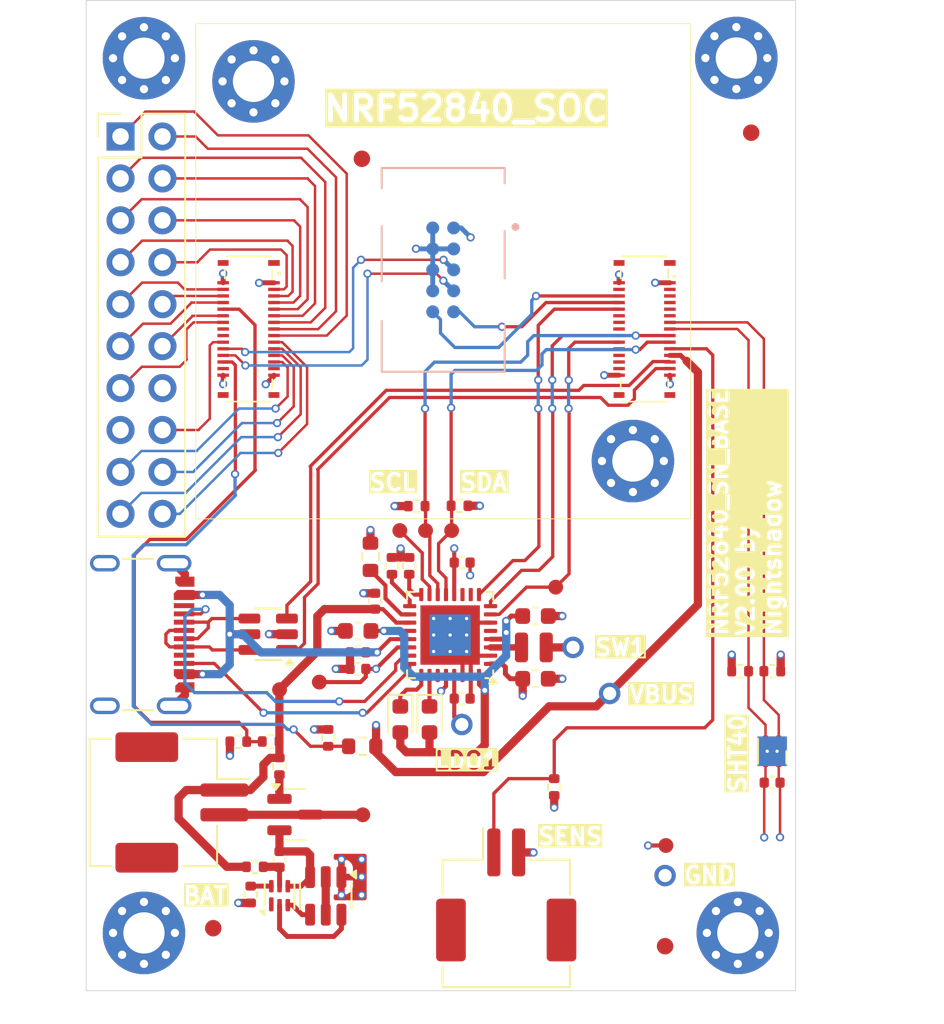
<source format=kicad_pcb>
(kicad_pcb (version 20241229) (generator "pcbnew") (generator_version "9.0")
  (layers (0 "F.Cu" signal) (4 "In1.Cu" jumper) (6 "In2.Cu" power) (2 "B.Cu" signal) (13 "F.Paste" user) (15 "B.Paste" user) (5 "F.SilkS" user "F.Silkscreen") (7 "B.SilkS" user "B.Silkscreen") (1 "F.Mask" user) (3 "B.Mask" user) (25 "Edge.Cuts" user))
  (net 0 "")
  (net 1 "/MCU/+1.8V_LS1")
  (net 2 "GND")
  (net 3 "Net-(IC301-BAT)")
  (net 4 "Net-(IC301-VSS)")
  (net 5 "/POWER/+5V_VBUSIN")
  (net 6 "/MCU/+3.7V_BAT")
  (net 7 "/MCU/+1.8V_VDD_nRF")
  (net 8 "/POWER/VSYS")
  (net 9 "Net-(CON101-D--PadA7)")
  (net 10 "/POWER/CC2")
  (net 13 "/POWER/CC1")
  (net 14 "Net-(CON101-D+-PadA6)")
  (net 16 "/MCU/NRF_EXT_INT")
  (net 17 "/POWER/BAT-")
  (net 18 "NRF_SWCLK")
  (net 19 "NRF_SWDIO")
  (net 20 "NRF_UART_TX")
  (net 21 "NRF_UART_RX")
  (net 22 "/MCU/USB_D-")
  (net 23 "/MCU/USB_D+")
  (net 24 "Net-(D301-K)")
  (net 25 "Net-(D302-K)")
  (net 26 "NRF_I2C_SCL")
  (net 27 "NRF_I2C_SDA")
  (net 29 "Net-(IC301-Dout)")
  (net 30 "Net-(IC301-Cout)")
  (net 31 "Net-(IC301-V-)")
  (net 34 "/MCU/LS1_CTRL")
  (net 36 "Net-(IC302-VSET2)")
  (net 37 "/POWER/PMIC_NTC")
  (net 38 "Net-(IC302-VSET1)")
  (net 39 "/MCU/NRF_PMIC_SDA")
  (net 40 "/POWER/SHPHLD")
  (net 41 "/MCU/NRF_PMIC_SCL")
  (net 43 "/MCU/NRF_PMIC_INT")
  (net 44 "P0.27")
  (net 45 "3.7V_BAT_Sense")
  (net 46 "Net-(T301-G)")
  (net 47 "Net-(T302-D1{slash}D2-Pad2)")
  (net 48 "P1.15")
  (net 49 "P0.06")
  (net 51 "P1.11")
  (net 52 "P1.10")
  (net 57 "P0.10")
  (net 58 "P0.30")
  (net 59 "P0.26")
  (net 60 "P1.08")
  (net 61 "P0.28")
  (net 62 "P0.03")
  (net 63 "P0.29")
  (net 64 "P0.11")
  (net 65 "P0.31")
  (net 66 "P1.13")
  (net 67 "P0.05")
  (net 68 "P1.14")
  (net 70 "P1.12")
  (net 71 "/MCU/+5V_VBUS")
  (net 72 "/MCU/NRF_PMIC_RST")
  (net 73 "P0.04")
  (net 76 "/POWER/SW1")
  (footprint "Connector_PinHeader_2.54mm:PinHeader_2x10_P2.54mm_Vertical" (layer "F.Cu") (at 123.7 86.61)
    (property "Reference" "J201" (hide yes))
    (property "Value" "Conn_02x10_Odd_Even")
  )
  (footprint "CON:CON-SM02B-ZESS_TB" (layer "F.Cu") (at 147.131 130.53)
    (property "Reference" "CON102" (hide yes))
    (property "Value" "SM02B-ZESS-TB")
  )
  (footprint "Resistor_SMD:R_0402_1005Metric" (layer "F.Cu") (at 163.21 119 180)
    (property "Reference" "R207" (hide yes))
    (property "Value" "4k7")
  )
  (footprint "PCB:TP_Pad_D0.9mm" (layer "F.Cu") (at 133.34 120.12)
    (property "Reference" "TP302" (hide yes))
    (property "Value" "TP")
  )
  (footprint "Resistor_SMD:R_0402_1005Metric" (layer "F.Cu") (at 133.33 124.76 -90)
    (property "Reference" "R301" (hide yes))
    (property "Value" "10k")
  )
  (footprint "Capacitor_SMD:C_0603_1608Metric" (layer "F.Cu") (at 138.105 116.56 180)
    (property "Reference" "C306" (hide yes))
    (property "Value" "10uF")
  )
  (footprint "Resistor_SMD:R_0402_1005Metric" (layer "F.Cu") (at 131.59 132.53 -90)
    (property "Reference" "R302" (hide yes))
    (property "Value" "2k")
  )
  (footprint "Resistor_SMD:R_0402_1005Metric" (layer "F.Cu") (at 132.8 123.26 180)
    (property "Reference" "R210" (hide yes))
    (property "Value" "1M")
  )
  (footprint "Package_TO_SOT_SMD:SOT-23-6" (layer "F.Cu") (at 132.65 116.7625 180)
    (property "Reference" "D101" (hide yes))
    (property "Value" "USBLC6-2")
  )
  (footprint "Resistor_SMD:R_0402_1005Metric" (layer "F.Cu") (at 141.65 109)
    (property "Reference" "R208" (hide yes))
    (property "Value" "4k7")
  )
  (footprint "MECH:M-NRF52840" (layer "F.Cu") (at 143.26 94.77)
    (property "Reference" "M201" (hide yes))
    (property "Value" "~")
  )
  (footprint "PCB:TP_Pad_D0.9mm" (layer "F.Cu") (at 140.63 110.48)
    (property "Reference" "TP305" (hide yes))
    (property "Value" "TP")
  )
  (footprint "Capacitor_SMD:C_0402_1005Metric" (layer "F.Cu") (at 139.13 114.76 90)
    (property "Reference" "C303" (hide yes))
    (property "Value" "1uF")
  )
  (footprint "Resistor_SMD:R_0402_1005Metric" (layer "F.Cu") (at 149.99 126.02 90)
    (property "Reference" "R205" (hide yes))
    (property "Value" "1M")
  )
  (footprint "Resistor_SMD:R_0402_1005Metric" (layer "F.Cu") (at 141.2 112.62 90)
    (property "Reference" "R305" (hide yes))
    (property "Value" "0")
  )
  (footprint "Resistor_SMD:R_0402_1005Metric" (layer "F.Cu") (at 140.15 112.62 90)
    (property "Reference" "R304" (hide yes))
    (property "Value" "200k")
  )
  (footprint "Capacitor_SMD:C_0603_1608Metric" (layer "F.Cu") (at 148.855 119.46)
    (property "Reference" "C305" (hide yes))
    (property "Value" "10uF")
  )
  (footprint "Resistor_SMD:R_0402_1005Metric" (layer "F.Cu") (at 136.285 123.04 90)
    (property "Reference" "R202" (hide yes))
    (property "Value" "10k")
  )
  (footprint "QFN:QFN-32-1EP_5x5mm_P0.5mm_EP3.6x3.6mm_ThermalVias" (layer "F.Cu") (at 143.68 116.81 180)
    (property "Reference" "IC302" (hide yes))
    (property "Value" "IC_PWREG-NPM1300")
  )
  (footprint "Capacitor_SMD:C_0402_1005Metric" (layer "F.Cu") (at 144.41 112.42)
    (property "Reference" "C304" (hide yes))
    (property "Value" "100nF")
  )
  (footprint "Resistor_SMD:R_0402_1005Metric" (layer "F.Cu") (at 144.25 108.98 180)
    (property "Reference" "R206" (hide yes))
    (property "Value" "4k7")
  )
  (footprint "PCB:PCB-FID-JLCPCB" (layer "F.Cu") (at 129.32 134.57)
    (property "Reference" "FID104" (hide yes))
    (property "Value" "Fiducal-JLCPPCB")
  )
  (footprint "CON:CON-SM02B-ZESS_TB" (layer "F.Cu") (at 129.44 127.001 -90)
    (property "Reference" "CON103" (hide yes))
    (property "Value" "SM02B-ZESS-TB")
  )
  (footprint "Diode_SMD:D_0603_1608Metric" (layer "F.Cu") (at 142.43 121.9225 -90)
    (property "Reference" "D301" (hide yes))
    (property "Value" "GREEN")
  )
  (footprint "Capacitor_SMD:C_0402_1005Metric" (layer "F.Cu") (at 133.34 130.4 90)
    (property "Reference" "C301" (hide yes))
    (property "Value" "100nF")
  )
  (footprint "Capacitor_SMD:C_0402_1005Metric" (layer "F.Cu") (at 138.09 118.86 180)
    (property "Reference" "C309" (hide yes))
    (property "Value" "1uF")
  )
  (footprint "Capacitor_SMD:C_0402_1005Metric" (layer "F.Cu") (at 138.09 117.86 180)
    (property "Reference" "C302" (hide yes))
    (property "Value" "1uF")
  )
  (footprint "Capacitor_SMD:C_0402_1005Metric" (layer "F.Cu") (at 163.2 125.75)
    (property "Reference" "C221" (hide yes))
    (property "Value" "100nF")
  )
  (footprint "MountingHole:MountingHole_2.5mm_Pad_Via" (layer "F.Cu") (at 161.03 81.855825)
    (property "Reference" "MH103" (hide yes))
    (property "Value" "~")
  )
  (footprint "PCB:TP_Pad_D0.9mm" (layer "F.Cu") (at 143.77 110.48)
    (property "Reference" "TP204" (hide yes))
    (property "Value" "TP")
  )
  (footprint "MountingHole:MountingHole_2.5mm_Pad_Via" (layer "F.Cu") (at 125.12 81.865825)
    (property "Reference" "MH101" (hide yes))
    (property "Value" "~")
  )
  (footprint "PCB:PCB-NPTH-JLCPCB" (layer "F.Cu") (at 163.25 130.63)
    (property "Reference" "PCB102" (hide yes))
    (property "Value" "Tooling Hole JLCPCB")
  )
  (footprint "IND_SMD:L_0806" (layer "F.Cu") (at 148.755 117.56 180)
    (property "Reference" "L301" (hide yes))
    (property "Value" "2.2uH")
  )
  (footprint "PCB:TP_Pad_D0.9mm" (layer "F.Cu") (at 150.08 113.91)
    (property "Reference" "TP304" (hide yes))
    (property "Value" "TP")
  )
  (footprint "Diode_SMD:D_0603_1608Metric" (layer "F.Cu") (at 140.66 121.9225 -90)
    (property "Reference" "D302" (hide yes))
    (property "Value" "RED")
  )
  (footprint "PCB:PCB-NPTH-JLCPCB" (layer "F.Cu") (at 129.13 80.68)
    (property "Reference" "PCB101" (hide yes))
    (property "Value" "Tooling Hole JLCPCB")
  )
  (footprint "PCB:TP_Pad_D0.9mm" (layer "F.Cu") (at 135.75 119.66)
    (property "Reference" "TP310" (hide yes))
    (property "Value" "TP")
  )
  (footprint "PCB:TP_Pad_D0.9mm" (layer "F.Cu") (at 138.385 127.7005)
    (property "Reference" "TP301" (hide yes))
    (property "Value" "TP")
  )
  (footprint "CON:CON-GEN-USB_C-16P" (layer "F.Cu") (at 123.825 116.79 -90)
    (property "Reference" "CON101" (hide yes))
    (property "Value" "G Switch GT USB 7010ASV")
  )
  (footprint "Resistor_SMD:R_0402_1005Metric" (layer "F.Cu") (at 161.26 119)
    (property "Reference" "R204" (hide yes))
    (property "Value" "4k7")
  )
  (footprint "PCB:TP_Pad_D0.9mm" (layer "F.Cu") (at 156.76 129.56)
    (property "Reference" "TP306" (hide yes))
    (property "Value" "TP")
  )
  (footprint "Resistor_SMD:R_0402_1005Metric" (layer "F.Cu") (at 130.84 123.27 180)
    (property "Reference" "R211" (hide yes))
    (property "Value" "750k")
  )
  (footprint "PCB:TP_THT_D0.8mm" (layer "F.Cu") (at 144.39 122.23)
    (property "Reference" "TP309" (hide yes))
    (property "Value" "Testpoint-BASE")
  )
  (footprint "Resistor_SMD:R_0603_1608Metric" (layer "F.Cu") (at 138.35 123.55 180)
    (property "Reference" "R201" (hide yes))
    (property "Value" "10k")
  )
  (footprint "PCB:TP_THT_D0.8mm" (layer "F.Cu") (at 151.13 117.56)
    (property "Reference" "TP308" (hide yes))
    (property "Value" "Testpoint-BASE")
  )
  (footprint "Package_SON:WSON-6_1.5x1.5mm_P0.5mm" (layer "F.Cu") (at 133.34 132.6 90)
    (property "Reference" "IC301" (hide yes))
    (property "Value" "IC_PWREG-BQ29700")
  )
  (footprint "PCB:PCB-FID-JLCPCB" (layer "F.Cu") (at 156.71 135.66)
    (property "Reference" "FID103" (hide yes))
    (property "Value" "Fiducal-JLCPPCB")
  )
  (footprint "MountingHole:MountingHole_2.5mm_Pad_Via" (layer "F.Cu") (at 161.12 134.855825)
    (property "Reference" "MH102" (hide yes))
    (property "Value" "~")
  )
  (footprint "PCB:TP_Pad_D0.9mm" (layer "F.Cu") (at 142.19 110.48)
    (property "Reference" "TP205" (hide yes))
    (property "Value" "TP")
  )
  (footprint "Package_TO_SOT_SMD:SOT-23" (layer "F.Cu") (at 134.2725 127.688)
    (property "Reference" "T301" (hide yes))
    (property "Value" "SI2312BDS")
  )
  (footprint "DFN:DNF-1.5x1.5_H0.54-SHT40-AD1B_THPAD" (layer "F.Cu") (at 163.2 123.85 180)
    (property "Reference" "IC202" (hide yes))
    (property "Value" "IC_SENS-SHT40-AD1B_THP")
  )
  (footprint "PCB:TP_THT_D0.8mm" (layer "F.Cu") (at 156.71 131.38)
    (property "Reference" "TP303" (hide yes))
    (property "Value" "Testpoint-BASE")
  )
  (footprint "Capacitor_SMD:C_0603_1608Metric" (layer "F.Cu") (at 148.855 115.66)
    (property "Reference" "C308" (hide yes))
    (property "Value" "10uF")
  )
  (footprint "PCB:PCB-FID-JLCPCB" (layer "F.Cu") (at 138.33 87.96)
    (property "Reference" "FID101" (hide yes))
    (property "Value" "Fiducal-JLCPPCB")
  )
  (footprint "PCB:TP_THT_D0.8mm" (layer "F.Cu") (at 153.35 120.35)
    (property "Reference" "TP307" (hide yes))
    (property "Value" "Testpoint-BASE")
  )
  (footprint "Capacitor_SMD:C_0402_1005Metric" (layer "F.Cu") (at 144.41 120.66)
    (property "Reference" "C307" (hide yes))
    (property "Value" "1uF")
  )
  (footprint "PCB:PCB-FID-JLCPCB" (layer "F.Cu") (at 161.93 86.38)
    (property "Reference" "FID102" (hide yes))
    (property "Value" "Fiducal-JLCPPCB")
  )
  (footprint "PCB:PCB-NPTH-JLCPCB" (layer "F.Cu") (at 159.65 85.83)
    (property "Reference" "PCB103" (hide yes))
    (property "Value" "Tooling Hole JLCPCB")
  )
  (footprint "Resistor_SMD:R_0603_1608Metric" (layer "F.Cu") (at 138.85 112.07 90)
    (property "Reference" "R306" (hide yes))
    (property "Value" "10k")
  )
  (footprint "Package_TO_SOT_SMD:SOT-23-6" (layer "F.Cu") (at 136.14 132.6125 -90)
    (property "Reference" "T302" (hide yes))
    (property "Value" "DMG6968UDM")
  )
  (footprint "PCB:PCB-NPTH-JLCPCB" (layer "F.Cu") (at 131.72 134.83)
    (property "Reference" "PCB104" (hide yes))
    (property "Value" "Tooling Hole JLCPCB")
  )
  (footprint "MountingHole:MountingHole_2.5mm_Pad_Via" (layer "F.Cu") (at 125.12 134.855825)
    (property "Reference" "MH104" (hide yes))
    (property "Value" "~")
  )
  (footprint "Resistor_SMD:R_0402_1005Metric" (layer "F.Cu") (at 131.84 130.85)
    (property "Reference" "R303" (hide yes))
    (property "Value" "330")
  )
  (gr_rect (start 121.62 78.365825) (end 164.62 138.355825) (stroke (width 0.05)) (fill no) (layer "Edge.Cuts"))
  (gr_text "LDO1" (at 142.65 125 0) (layer "F.SilkS" knockout) (effects (font (size 1 1) (thickness 0.2) (bold yes)) (justify left bottom)))
  (gr_text "NRF52840_SOC" (at 135.87 85.8 0) (layer "F.SilkS" knockout) (effects (font (size 1.5 1.5) (thickness 0.3) (bold yes)) (justify left bottom)))
  (gr_text "NRF52840_SN_BASE \nV2.00 by\nNightshadow" (at 163.8 116.95 90) (layer "F.SilkS" knockout) (effects (font (size 1 1) (thickness 0.2) (bold yes)) (justify left bottom)))
  (gr_text "BAT" (at 127.39 133.18 0) (layer "F.SilkS" knockout) (effects (font (size 1 1) (thickness 0.2) (bold yes)) (justify left bottom)))
  (gr_text "SW1" (at 152.35 118.15 0) (layer "F.SilkS" knockout) (effects (font (size 1 1) (thickness 0.2) (bold yes)) (justify left bottom)))
  (gr_text "GND" (at 157.75 131.95 0) (layer "F.SilkS" knockout) (effects (font (size 1 1) (thickness 0.2) (bold yes)) (justify left bottom)))
  (gr_text "SDA" (at 144.17 108.15 0) (layer "F.SilkS" knockout) (effects (font (size 1 1) (thickness 0.2) (bold yes)) (justify left bottom)))
  (gr_text "SCL" (at 138.67 108.15 0) (layer "F.SilkS" knockout) (effects (font (size 1 1) (thickness 0.2) (bold yes)) (justify left bottom)))
  (gr_text "SHT40" (at 161.7 126.45 90) (layer "F.SilkS" knockout) (effects (font (size 1 1) (thickness 0.2) (bold yes)) (justify left bottom)))
  (gr_text "SENS" (at 148.9 129.6 0) (layer "F.SilkS" knockout) (effects (font (size 1 1) (thickness 0.2) (bold yes)) (justify left bottom)))
  (gr_text "VBUS" (at 154.45 121 0) (layer "F.SilkS" knockout) (effects (font (size 1 1) (thickness 0.2) (bold yes)) (justify left bottom)))
  (segment (start 162.72 129.07) (end 162.72 125.75) (width 0.15) (layer "F.Cu") (net 1))
  (segment (start 143.93 120.66) (end 143.93 121.77) (width 0.25) (layer "F.Cu") (net 1))
  (segment (start 143.93 121.77) (end 144.39 122.23) (width 0.25) (layer "F.Cu") (net 1))
  (segment (start 163.72 118) (end 163.72 119) (width 0.5) (layer "F.Cu") (net 1))
  (segment (start 143.93 120.66) (end 143.93 119.26) (width 0.25) (layer "F.Cu") (net 1))
  (segment (start 162.8 125.67) (end 162.8 124.55) (width 0.15) (layer "F.Cu") (net 1))
  (segment (start 162.72 125.75) (end 162.8 125.67) (width 0.15) (layer "F.Cu") (net 1))
  (segment (start 160.75 119) (end 160.75 118) (width 0.5) (layer "F.Cu") (net 1))
  (via (at 160.75 118) (size 0.5) (drill 0.3) (layers "F.Cu" "B.Cu") (net 1))
  (via (at 162.72 129.07) (size 0.5) (drill 0.3) (layers "F.Cu" "B.Cu") (net 1))
  (via (at 163.72 118) (size 0.5) (drill 0.3) (layers "F.Cu" "B.Cu") (net 1))
  (segment (start 137.61 117.86) (end 137.61 118.86) (width 0.5) (layer "F.Cu") (net 2))
  (segment (start 163.68 125.75) (end 163.68 129.06) (width 0.15) (layer "F.Cu") (net 2))
  (segment (start 131.59 133.04) (end 130.84 133.04) (width 0.5) (layer "F.Cu") (net 2))
  (segment (start 144.43 116.06) (end 143.68 116.81) (width 0.25) (layer "F.Cu") (net 2))
  (segment (start 146.13 116.06) (end 144.43 116.06) (width 0.25) (layer "F.Cu") (net 2))
  (segment (start 133 101.07) (end 133 101.12) (width 0.3) (layer "F.Cu") (net 2))
  (segment (start 140.68 111.57) (end 140.68 112.11) (width 0.5) (layer "F.Cu") (net 2))
  (segment (start 127.6 119.98) (end 127.6 120.45) (width 0.5) (layer "F.Cu") (net 2))
  (segment (start 132.7125 116.7625) (end 132.7 116.75) (width 0.5) (layer "F.Cu") (net 2))
  (segment (start 133.7875 116.7625) (end 132.7125 116.7625) (width 0.5) (layer "F.Cu") (net 2))
  (segment (start 129.92 95.47) (end 129.92 94.91) (width 0.3) (layer "F.Cu") (net 2))
  (segment (start 144.43 119.26) (end 144.43 117.56) (width 0.25) (layer "F.Cu") (net 2))
  (segment (start 137.61 118.86) (end 136.75 118.86) (width 0.5) (layer "F.Cu") (net 2))
  (segment (start 133 101.12) (end 132.5 101.62) (width 0.3) (layer "F.Cu") (net 2))
  (segment (start 146.13 118.06) (end 144.93 118.06) (width 0.25) (layer "F.Cu") (net 2))
  (segment (start 136.285 122.53) (end 135.43 122.53) (width 0.5) (layer "F.Cu") (net 2))
  (segment (start 126.95 112.46) (end 127.6 113.11) (width 0.5) (layer "F.Cu") (net 2))
  (segment (start 144.43 117.56) (end 143.68 116.81) (width 0.25) (layer "F.Cu") (net 2))
  (segment (start 137.33 116.56) (end 136.48 116.56) (width 0.5) (layer "F.Cu") (net 2))
  (segment (start 144.93 118.06) (end 144.68 117.81) (width 0.25) (layer "F.Cu") (net 2))
  (segment (start 140.15 112.11) (end 140.68 112.11) (width 0.5) (layer "F.Cu") (net 2))
  (segment (start 138.85 111.245) (end 138.85 110.45) (width 0.5) (layer "F.Cu") (net 2))
  (segment (start 149.63 119.46) (end 150.48 119.46) (width 0.5) (layer "F.Cu") (net 2))
  (segment (start 144.93 119.26) (end 144.93 118.06) (width 0.25) (layer "F.Cu") (net 2))
  (segment (start 130.33 123.27) (end 130.33 124.12) (width 0.5) (layer "F.Cu") (net 2))
  (segment (start 148.7255 129.98) (end 148.7305 129.985) (width 0.5) (layer "F.Cu") (net 2))
  (segment (start 157 101.07) (end 157 101.61) (width 0.3) (layer "F.Cu") (net 2))
  (segment (start 144.93 119.26) (end 144.93 120.62) (width 0.25) (layer "F.Cu") (net 2))
  (segment (start 139.13 114.28) (end 138.42 114.28) (width 0.5) (layer "F.Cu") (net 2))
  (segment (start 144.89 112.42) (end 144.89 113.19) (width 0.2) (layer "F.Cu") (net 2))
  (segment (start 144.93 118.06) (end 143.68 116.81) (width 0.25) (layer "F.Cu") (net 2))
  (segment (start 127.6 113.11) (end 127.6 113.58) (width 0.5) (layer "F.Cu") (net 2))
  (segment (start 149.63 115.66) (end 150.48 115.66) (width 0.5) (layer "F.Cu") (net 2))
  (segment (start 147.83 129.98) (end 148.7255 129.98) (width 0.5) (layer "F.Cu") (net 2))
  (segment (start 140.68 112.11) (end 141.2 112.11) (width 0.5) (layer "F.Cu") (net 2))
  (segment (start 127.6 120.45) (end 126.95 121.1) (width 0.5) (layer "F.Cu") (net 2))
  (segment (start 163.6 125.67) (end 163.6 124.55) (width 0.15) (layer "F.Cu") (net 2))
  (segment (start 153.92 95.47) (end 153.92 94.97) (width 0.3) (layer "F.Cu") (net 2))
  (segment (start 163.68 125.75) (end 163.6 125.67) (width 0.15) (layer "F.Cu") (net 2))
  (segment (start 144.93 120.62) (end 144.89 120.66) (width 0.25) (layer "F.Cu") (net 2))
  (via (at 136.48 116.56) (size 0.5) (drill 0.3) (layers "F.Cu" "B.Cu") (net 2))
  (via (at 153.92 94.97) (size 0.5) (drill 0.3) (layers "F.Cu" "B.Cu") (net 2))
  (via (at 130.33 124.12) (size 0.5) (drill 0.3) (layers "F.Cu" "B.Cu") (net 2))
  (via (at 141.61 93.41) (size 0.5) (drill 0.3) (layers "F.Cu" "B.Cu") (net 2))
  (via (at 138.32 130.4) (size 0.5) (drill 0.3) (layers "F.Cu" "B.Cu") (net 2))
  (via (at 150.48 119.46) (size 0.5) (drill 0.3) (layers "F.Cu" "B.Cu") (net 2))
  (via (at 138.32 131.46) (size 0.5) (drill 0.3) (layers "F.Cu" "B.Cu") (net 2))
  (via (at 132.5 101.62) (size 0.5) (drill 0.3) (layers "F.Cu" "B.Cu") (net 2))
  (via (at 132.7 116.75) (size 0.5) (drill 0.3) (layers "F.Cu" "B.Cu") (net 2))
  (via (at 163.68 129.06) (size 0.5) (drill 0.3) (layers "F.Cu" "B.Cu") (net 2))
  (via (at 137.09 132.56) (size 0.5) (drill 0.3) (layers "F.Cu" "B.Cu") (net 2))
  (via (at 129.92 94.91) (size 0.5) (drill 0.3) (layers "F.Cu" "B.Cu") (net 2))
  (via (at 135.43 122.53) (size 0.5) (drill 0.3) (layers "F.Cu" "B.Cu") (net 2))
  (via (at 130.84 133.04) (size 0.5) (drill 0.3) (layers "F.Cu" "B.Cu") (net 2))
  (via (at 137.09 130.4) (size 0.5) (drill 0.3) (layers "F.Cu" "B.Cu") (net 2))
  (via (at 138.42 114.28) (size 0.5) (drill 0.3) (layers "F.Cu" "B.Cu") (net 2))
  (via (at 148.7305 129.985) (size 0.5) (drill 0.3) (layers "F.Cu" "B.Cu") (net 2))
  (via (at 144.89 113.19) (size 0.5) (drill 0.3) (layers "F.Cu" "B.Cu") (net 2))
  (via (at 136.75 118.86) (size 0.5) (drill 0.3) (layers "F.Cu" "B.Cu") (net 2))
  (via (at 138.32 132.56) (size 0.5) (drill 0.3) (layers "F.Cu" "B.Cu") (net 2))
  (via (at 157 101.61) (size 0.5) (drill 0.3) (layers "F.Cu" "B.Cu") (net 2))
  (via (at 150.48 115.66) (size 0.5) (drill 0.3) (layers "F.Cu" "B.Cu") (net 2))
  (via (at 138.85 110.45) (size 0.5) (drill 0.3) (layers "F.Cu" "B.Cu") (net 2))
  (via (at 140.68 111.57) (size 0.5) (drill 0.3) (layers "F.Cu" "B.Cu") (net 2))
  (segment (start 142.625 93.42) (end 141.62 93.42) (width 0.3) (layer "B.Cu") (net 2))
  (segment (start 143.895 93.42) (end 142.625 93.42) (width 0.3) (layer "B.Cu") (net 2))
  (segment (start 142.625 92.15) (end 142.625 95.96) (width 0.3) (layer "B.Cu") (net 2))
  (segment (start 141.62 93.42) (end 141.61 93.41) (width 0.3) (layer "B.Cu") (net 2))
  (segment (start 133.31 130.85) (end 133.34 130.88) (width 0.5) (layer "F.Cu") (net 3))
  (segment (start 132.35 130.85) (end 133.31 130.85) (width 0.5) (layer "F.Cu") (net 3))
  (segment (start 133.34 132.025) (end 133.34 130.88) (width 0.3) (layer "F.Cu") (net 3))
  (segment (start 134.64 132.025) (end 135.19 131.475) (width 0.3) (layer "F.Cu") (net 4))
  (segment (start 133.335 128.638) (end 133.335 129.915) (width 0.5) (layer "F.Cu") (net 4))
  (segment (start 135.19 130.13) (end 135.19 131.475) (width 0.5) (layer "F.Cu") (net 4))
  (segment (start 134.98 129.92) (end 135.19 130.13) (width 0.5) (layer "F.Cu") (net 4))
  (segment (start 133.34 129.92) (end 134.98 129.92) (width 0.5) (layer "F.Cu") (net 4))
  (segment (start 133.84 132.025) (end 134.64 132.025) (width 0.3) (layer "F.Cu") (net 4))
  (segment (start 133.335 129.915) (end 133.34 129.92) (width 0.5) (layer "F.Cu") (net 4))
  (segment (start 127.55 119.18) (end 128.67 119.18) (width 0.5) (layer "F.Cu") (net 5))
  (segment (start 140.05 117.06) (end 139.25 117.86) (width 0.25) (layer "F.Cu") (net 5))
  (segment (start 130.3225 116.7625) (end 130.32 116.76) (width 0.5) (layer "F.Cu") (net 5))
  (segment (start 127.55 114.38) (end 128.67 114.38) (width 0.5) (layer "F.Cu") (net 5))
  (segment (start 141.23 117.06) (end 140.05 117.06) (width 0.25) (layer "F.Cu") (net 5))
  (segment (start 139.25 117.86) (end 138.57 117.86) (width 0.25) (layer "F.Cu") (net 5))
  (segment (start 131.5125 116.7625) (end 130.3225 116.7625) (width 0.5) (layer "F.Cu") (net 5))
  (via (at 128.67 119.18) (size 0.5) (drill 0.3) (layers "F.Cu" "B.Cu") (net 5))
  (via (at 130.32 116.76) (size 0.5) (drill 0.3) (layers "F.Cu" "B.Cu") (net 5))
  (via (at 139.25 117.86) (size 0.5) (drill 0.3) (layers "F.Cu" "B.Cu") (net 5))
  (via (at 128.67 114.38) (size 0.5) (drill 0.3) (layers "F.Cu" "B.Cu") (net 5))
  (segment (start 130.32 118.59) (end 130.32 116.76) (width 0.5) (layer "B.Cu") (net 5))
  (segment (start 129.73 119.18) (end 130.32 118.59) (width 0.5) (layer "B.Cu") (net 5))
  (segment (start 130.32 116.76) (end 131.11 116.76) (width 0.5) (layer "B.Cu") (net 5))
  (segment (start 131.11 116.76) (end 132.21 117.86) (width 0.5) (layer "B.Cu") (net 5))
  (segment (start 128.67 119.18) (end 129.73 119.18) (width 0.5) (layer "B.Cu") (net 5))
  (segment (start 132.21 117.86) (end 139.25 117.86) (width 0.5) (layer "B.Cu") (net 5))
  (segment (start 129.7 114.38) (end 128.67 114.38) (width 0.5) (layer "B.Cu") (net 5))
  (segment (start 130.32 116.76) (end 130.32 115) (width 0.5) (layer "B.Cu") (net 5))
  (segment (start 130.32 115) (end 129.7 114.38) (width 0.5) (layer "B.Cu") (net 5))
  (segment (start 127.22 127.93) (end 127.22 126.67) (width 0.5) (layer "F.Cu") (net 6))
  (segment (start 135.63 117.8) (end 135.63 115.67) (width 0.5) (layer "F.Cu") (net 6))
  (segment (start 130.14 130.85) (end 127.22 127.93) (width 0.5) (layer "F.Cu") (net 6))
  (segment (start 135.63 115.67) (end 136.06 115.24) (width 0.5) (layer "F.Cu") (net 6))
  (segment (start 140.42 116.06) (end 141.23 116.06) (width 0.25) (layer "F.Cu") (net 6))
  (segment (start 133.33 120.1) (end 135.63 117.8) (width 0.5) (layer "F.Cu") (net 6))
  (segment (start 133.33 123.27) (end 133.33 124.25) (width 0.5) (layer "F.Cu") (net 6))
  (segment (start 132.36 125.41) (end 132.36 124.66) (width 0.5) (layer "F.Cu") (net 6))
  (segment (start 131.33 130.85) (end 130.14 130.85) (width 0.5) (layer "F.Cu") (net 6))
  (segment (start 129.89 126.2) (end 131.57 126.2) (width 0.5) (layer "F.Cu") (net 6))
  (segment (start 132.36 124.66) (end 132.77 124.25) (width 0.5) (layer "F.Cu") (net 6))
  (segment (start 127.69 126.2) (end 129.89 126.2) (width 0.5) (layer "F.Cu") (net 6))
  (segment (start 139.13 115.24) (end 139.6 115.24) (width 0.25) (layer "F.Cu") (net 6))
  (segment (start 131.57 126.2) (end 132.36 125.41) (width 0.5) (layer "F.Cu") (net 6))
  (segment (start 136.06 115.24) (end 139.13 115.24) (width 0.5) (layer "F.Cu") (net 6))
  (segment (start 139.6 115.24) (end 140.42 116.06) (width 0.25) (layer "F.Cu") (net 6))
  (segment (start 127.22 126.67) (end 127.69 126.2) (width 0.5) (layer "F.Cu") (net 6))
  (segment (start 132.77 124.25) (end 133.33 124.25) (width 0.5) (layer "F.Cu") (net 6))
  (segment (start 133.33 123.27) (end 133.33 120.1) (width 0.5) (layer "F.Cu") (net 6))
  (segment (start 129.92 101.07) (end 129.92 101.61) (width 0.3) (layer "F.Cu") (net 7))
  (segment (start 157 95.47) (end 156.11 95.47) (width 0.3) (layer "F.Cu") (net 7))
  (segment (start 143.43 119.91) (end 143.13 120.21) (width 0.25) (layer "F.Cu") (net 7))
  (segment (start 143.93 114.36) (end 143.93 112.42) (width 0.25) (layer "F.Cu") (net 7))
  (segment (start 148.08 120.49) (end 148.08 119.46) (width 0.5) (layer "F.Cu") (net 7))
  (segment (start 147.03 118.76) (end 146.83 118.56) (width 0.3) (layer "F.Cu") (net 7))
  (segment (start 148.08 119.46) (end 147.33 119.46) (width 0.3) (layer "F.Cu") (net 7))
  (segment (start 141.14 109) (end 140.31 109) (width 0.5) (layer "F.Cu") (net 7))
  (segment (start 143.43 119.26) (end 143.43 119.91) (width 0.25) (layer "F.Cu") (net 7))
  (segment (start 132.11 95.47) (end 132.1 95.48) (width 0.3) (layer "F.Cu") (net 7))
  (segment (start 149.505 117.56) (end 151.13 117.56) (width 0.5) (layer "F.Cu") (net 7))
  (segment (start 147.33 119.46) (end 147.03 119.16) (width 0.3) (layer "F.Cu") (net 7))
  (segment (start 156.76 129.56) (end 155.68 129.56) (width 0.25) (layer "F.Cu") (net 7))
  (segment (start 153.92 101.07) (end 153.02 101.07) (width 0.3) (layer "F.Cu") (net 7))
  (segment (start 133 95.47) (end 132.11 95.47) (width 0.3) (layer "F.Cu") (net 7))
  (segment (start 143.93 112.42) (end 143.93 111.56) (width 0.25) (layer "F.Cu") (net 7))
  (segment (start 144.76 108.98) (end 145.48 108.98) (width 0.5) (layer "F.Cu") (net 7))
  (segment (start 149.99 126.53) (end 149.99 127.26) (width 0.5) (layer "F.Cu") (net 7))
  (segment (start 147.03 119.16) (end 147.03 118.76) (width 0.3) (layer "F.Cu") (net 7))
  (segment (start 146.83 118.56) (end 146.13 118.56) (width 0.3) (layer "F.Cu") (net 7))
  (via (at 144.92 92.72) (size 0.5) (drill 0.3) (layers "F.Cu" "B.Cu") (net 7))
  (via (at 148.08 120.49) (size 0.5) (drill 0.3) (layers "F.Cu" "B.Cu") (net 7))
  (via (at 132.1 95.48) (size 0.5) (drill 0.3) (layers "F.Cu" "B.Cu") (net 7))
  (via (at 145.48 108.98) (size 0.5) (drill 0.3) (layers "F.Cu" "B.Cu") (net 7))
  (via (at 143.93 111.56) (size 0.5) (drill 0.3) (layers "F.Cu" "B.Cu") (net 7))
  (via (at 143.13 120.21) (size 0.5) (drill 0.3) (layers "F.Cu" "B.Cu") (net 7))
  (via (at 129.92 101.61) (size 0.5) (drill 0.3) (layers "F.Cu" "B.Cu") (net 7))
  (via (at 149.99 127.26) (size 0.5) (drill 0.3) (layers "F.Cu" "B.Cu") (net 7))
  (via (at 155.68 129.56) (size 0.5) (drill 0.3) (layers "F.Cu" "B.Cu") (net 7))
  (via (at 156.11 95.47) (size 0.5) (drill 0.3) (layers "F.Cu" "B.Cu") (net 7))
  (via (at 140.31 109) (size 0.5) (drill 0.3) (layers "F.Cu" "B.Cu") (net 7))
  (via (at 153.02 101.07) (size 0.5) (drill 0.3) (layers "F.Cu" "B.Cu") (net 7))
  (segment (start 143.895 92.15) (end 144.35 92.15) (width 0.3) (layer "B.Cu") (net 7))
  (segment (start 144.35 92.15) (end 144.92 92.72) (width 0.3) (layer "B.Cu") (net 7))
  (segment (start 145.43 119.81) (end 145.78 120.16) (width 0.25) (layer "F.Cu") (net 8))
  (segment (start 146.88 117.06) (end 146.13 117.06) (width 0.3) (layer "F.Cu") (net 8))
  (segment (start 142.43 122.71) (end 142.43 123.91) (width 0.5) (layer "F.Cu") (net 8))
  (segment (start 140.66 122.75) (end 140.66 123.54) (width 0.5) (layer "F.Cu") (net 8))
  (segment (start 147.08 116.66) (end 147.08 115.96) (width 0.3) (layer "F.Cu") (net 8))
  (segment (start 147.38 115.66) (end 148.08 115.66) (width 0.3) (layer "F.Cu") (net 8))
  (segment (start 142.43 123.91) (end 143.78 123.91) (width 0.5) (layer "F.Cu") (net 8))
  (segment (start 140.66 123.54) (end 141.03 123.91) (width 0.5) (layer "F.Cu") (net 8))
  (segment (start 147.08 116.66) (end 147.08 116.86) (width 0.3) (layer "F.Cu") (net 8))
  (segment (start 143.78 123.91) (end 145.18 123.91) (width 0.5) (layer "F.Cu") (net 8))
  (segment (start 141.23 116.56) (end 138.88 116.56) (width 0.25) (layer "F.Cu") (net 8))
  (segment (start 145.43 119.26) (end 145.43 119.81) (width 0.25) (layer "F.Cu") (net 8))
  (segment (start 147.08 116.86) (end 146.88 117.06) (width 0.3) (layer "F.Cu") (net 8))
  (segment (start 145.78 123.46) (end 145.78 120.16) (width 0.5) (layer "F.Cu") (net 8))
  (segment (start 141.03 123.91) (end 142.43 123.91) (width 0.5) (layer "F.Cu") (net 8))
  (segment (start 145.18 123.91) (end 145.33 123.91) (width 0.5) (layer "F.Cu") (net 8))
  (segment (start 147.08 115.96) (end 147.38 115.66) (width 0.3) (layer "F.Cu") (net 8))
  (segment (start 145.33 123.91) (end 145.78 123.46) (width 0.5) (layer "F.Cu") (net 8))
  (via (at 145.78 120.16) (size 0.5) (drill 0.3) (layers "F.Cu" "B.Cu") (net 8))
  (via (at 147.08 116.66) (size 0.5) (drill 0.3) (layers "F.Cu" "B.Cu") (net 8))
  (via (at 139.66 116.56) (size 0.5) (drill 0.3) (layers "F.Cu" "B.Cu") (net 8))
  (via (at 147.08 115.96) (size 0.5) (drill 0.3) (layers "F.Cu" "B.Cu") (net 8))
  (segment (start 147.08 118.06) (end 147.08 117.41) (width 0.5) (layer "B.Cu") (net 8))
  (segment (start 140.9 118.78) (end 141.45 119.33) (width 0.5) (layer "B.Cu") (net 8))
  (segment (start 147.08 117.41) (end 147.08 115.96) (width 0.5) (layer "B.Cu") (net 8))
  (segment (start 140.63 116.56) (end 140.9 116.83) (width 0.5) (layer "B.Cu") (net 8))
  (segment (start 147.08 117.41) (end 147.08 116.66) (width 0.5) (layer "B.Cu") (net 8))
  (segment (start 140.9 116.83) (end 140.9 118.78) (width 0.5) (layer "B.Cu") (net 8))
  (segment (start 139.66 116.56) (end 140.63 116.56) (width 0.5) (layer "B.Cu") (net 8))
  (segment (start 145.78 119.33) (end 145.78 120.16) (width 0.5) (layer "B.Cu") (net 8))
  (segment (start 145.81 119.33) (end 147.08 118.06) (width 0.5) (layer "B.Cu") (net 8))
  (segment (start 141.45 119.33) (end 145.81 119.33) (width 0.5) (layer "B.Cu") (net 8))
  (segment (start 128.37 117.03) (end 129.02 116.38) (width 0.2) (layer "F.Cu") (net 9))
  (segment (start 129.2375 115.8125) (end 131.5125 115.8125) (width 0.2) (layer "F.Cu") (net 9))
  (segment (start 129.02 116.03) (end 129.2375 115.8125) (width 0.2) (layer "F.Cu") (net 9))
  (segment (start 127.55 116.03) (end 129.02 116.03) (width 0.2) (layer "F.Cu") (net 9))
  (segment (start 127.55 117.03) (end 128.37 117.03) (width 0.2) (layer "F.Cu") (net 9))
  (segment (start 129.02 116.38) (end 129.02 116.03) (width 0.2) (layer "F.Cu") (net 9))
  (segment (start 129.38 118.53) (end 127.55 118.53) (width 0.2) (layer "F.Cu") (net 10))
  (segment (start 132.37 121.52) (end 129.38 118.53) (width 0.2) (layer "F.Cu") (net 10))
  (segment (start 141.23 118.93) (end 141.23 118.56) (width 0.2) (layer "F.Cu") (net 10))
  (segment (start 138.64 121.52) (end 141.23 118.93) (width 0.2) (layer "F.Cu") (net 10))
  (segment (start 138.38 121.52) (end 138.64 121.52) (width 0.2) (layer "F.Cu") (net 10))
  (via (at 132.37 121.52) (size 0.5) (drill 0.3) (layers "F.Cu" "B.Cu") (net 10))
  (via (at 138.38 121.52) (size 0.5) (drill 0.3) (layers "F.Cu" "B.Cu") (net 10))
  (segment (start 132.37 121.52) (end 138.38 121.52) (width 0.2) (layer "B.Cu") (net 10))
  (segment (start 138.5 120.83) (end 140.38 118.95) (width 0.2) (layer "F.Cu") (net 13))
  (segment (start 128.85 115.25) (end 128.57 115.53) (width 0.2) (layer "F.Cu") (net 13))
  (segment (start 140.38 118.95) (end 140.38 118.566326) (width 0.2) (layer "F.Cu") (net 13))
  (segment (start 136.96 120.83) (end 138.5 120.83) (width 0.2) (layer "F.Cu") (net 13))
  (segment (start 140.38 118.566326) (end 140.886326 118.06) (width 0.2) (layer "F.Cu") (net 13))
  (segment (start 128.57 115.53) (end 127.55 115.53) (width 0.2) (layer "F.Cu") (net 13))
  (segment (start 140.886326 118.06) (end 141.23 118.06) (width 0.2) (layer "F.Cu") (net 13))
  (via (at 128.85 115.25) (size 0.5) (drill 0.3) (layers "F.Cu" "B.Cu") (net 13))
  (via (at 136.96 120.83) (size 0.5) (drill 0.3) (layers "F.Cu" "B.Cu") (net 13))
  (segment (start 127.6 115.7) (end 128.05 115.25) (width 0.2) (layer "B.Cu") (net 13))
  (segment (start 136.96 120.83) (end 133.09 120.83) (width 0.2) (layer "B.Cu") (net 13))
  (segment (start 132.56 120.3) (end 128.19 120.3) (width 0.2) (layer "B.Cu") (net 13))
  (segment (start 128.05 115.25) (end 128.85 115.25) (width 0.2) (layer "B.Cu") (net 13))
  (segment (start 128.19 120.3) (end 127.6 119.71) (width 0.2) (layer "B.Cu") (net 13))
  (segment (start 127.6 119.71) (end 127.6 115.7) (width 0.2) (layer "B.Cu") (net 13))
  (segment (start 133.09 120.83) (end 132.56 120.3) (width 0.2) (layer "B.Cu") (net 13))
  (segment (start 126.67 116.53) (end 126.45 116.75) (width 0.2) (layer "F.Cu") (net 14))
  (segment (start 127.55 116.53) (end 126.67 116.53) (width 0.2) (layer "F.Cu") (net 14))
  (segment (start 126.45 116.75) (end 126.45 117.3) (width 0.2) (layer "F.Cu") (net 14))
  (segment (start 126.45 117.3) (end 126.68 117.53) (width 0.2) (layer "F.Cu") (net 14))
  (segment (start 129.08 117.53) (end 129.2625 117.7125) (width 0.2) (layer "F.Cu") (net 14))
  (segment (start 129.2625 117.7125) (end 131.5125 117.7125) (width 0.2) (layer "F.Cu") (net 14))
  (segment (start 126.68 117.53) (end 127.55 117.53) (width 0.2) (layer "F.Cu") (net 14))
  (segment (start 127.55 117.53) (end 129.08 117.53) (width 0.2) (layer "F.Cu") (net 14))
  (segment (start 147.2245 125.51) (end 149.99 125.51) (width 0.2) (layer "F.Cu") (net 16))
  (segment (start 159.6 121.95) (end 159.6 99.85) (width 0.2) (layer "F.Cu") (net 16))
  (segment (start 149.9905 125.5105) (end 149.99 125.51) (width 0.2) (layer "F.Cu") (net 16))
  (segment (start 159.22 99.47) (end 157.03 99.47) (width 0.2) (layer "F.Cu") (net 16))
  (segment (start 146.33 126.4045) (end 146.50725 126.22725) (width 0.2) (layer "F.Cu") (net 16))
  (segment (start 146.3495 126.385) (end 146.50725 126.22725) (width 0.2) (layer "F.Cu") (net 16))
  (segment (start 159.6 99.85) (end 159.22 99.47) (width 0.2) (layer "F.Cu") (net 16))
  (segment (start 150.76 122.43) (end 159.12 122.43) (width 0.2) (layer "F.Cu") (net 16))
  (segment (start 159.12 122.43) (end 159.6 121.95) (width 0.2) (layer "F.Cu") (net 16))
  (segment (start 149.99 123.2) (end 150.76 122.43) (width 0.2) (layer "F.Cu") (net 16))
  (segment (start 146.50725 126.22725) (end 147.2245 125.51) (width 0.2) (layer "F.Cu") (net 16))
  (segment (start 149.99 125.51) (end 149.99 123.2) (width 0.2) (layer "F.Cu") (net 16))
  (segment (start 146.33 129.98) (end 146.33 126.4045) (width 0.2) (layer "F.Cu") (net 16))
  (segment (start 129.99 127.7) (end 138.3845 127.7) (width 0.5) (layer "F.Cu") (net 17))
  (segment (start 138.3845 127.7) (end 138.385 127.7005) (width 0.5) (layer "F.Cu") (net 17))
  (segment (start 148.89 96.27) (end 153.92 96.27) (width 0.2) (layer "F.Cu") (net 18))
  (via (at 148.89 96.27) (size 0.5) (drill 0.3) (layers "F.Cu" "B.Cu") (net 18))
  (segment (start 146.62 99.39) (end 148.63 97.38) (width 0.2) (layer "B.Cu") (net 18))
  (segment (start 142.625 97.23) (end 143.0943 97.6993) (width 0.2) (layer "B.Cu") (net 18))
  (segment (start 143.0943 98.520392) (end 143.963908 99.39) (width 0.2) (layer "B.Cu") (net 18))
  (segment (start 148.63 96.53) (end 148.89 96.27) (width 0.2) (layer "B.Cu") (net 18))
  (segment (start 148.63 97.38) (end 148.63 96.53) (width 0.2) (layer "B.Cu") (net 18))
  (segment (start 143.0943 97.6993) (end 143.0943 98.520392) (width 0.2) (layer "B.Cu") (net 18))
  (segment (start 143.963908 99.39) (end 146.62 99.39) (width 0.2) (layer "B.Cu") (net 18))
  (segment (start 146.82 98.13645) (end 148.02355 98.13645) (width 0.2) (layer "F.Cu") (net 19))
  (segment (start 149.49 96.67) (end 153.92 96.67) (width 0.2) (layer "F.Cu") (net 19))
  (segment (start 148.02355 98.13645) (end 149.49 96.67) (width 0.2) (layer "F.Cu") (net 19))
  (via (at 146.82 98.13645) (size 0.5) (drill 0.3) (layers "F.Cu" "B.Cu") (net 19))
  (segment (start 145.161511 98.13645) (end 144.255061 97.23) (width 0.2) (layer "B.Cu") (net 19))
  (segment (start 144.255061 97.23) (end 143.895 97.23) (width 0.2) (layer "B.Cu") (net 19))
  (segment (start 146.82 98.13645) (end 145.161511 98.13645) (width 0.2) (layer "B.Cu") (net 19))
  (segment (start 142.85 94.92) (end 143.27 95.34) (width 0.15) (layer "F.Cu") (net 20))
  (segment (start 129.92 99.87) (end 130.66 99.87) (width 0.15) (layer "F.Cu") (net 20))
  (segment (start 138.67 94.92) (end 142.85 94.92) (width 0.15) (layer "F.Cu") (net 20))
  (segment (start 130.66 99.87) (end 131.27 100.48) (width 0.15) (layer "F.Cu") (net 20))
  (via (at 131.27 100.48) (size 0.5) (drill 0.3) (layers "F.Cu" "B.Cu") (net 20))
  (via (at 138.67 94.92) (size 0.5) (drill 0.3) (layers "F.Cu" "B.Cu") (net 20))
  (via (at 143.27 95.34) (size 0.5) (drill 0.3) (layers "F.Cu" "B.Cu") (net 20))
  (segment (start 143.89 95.96) (end 143.27 95.34) (width 0.3) (layer "B.Cu") (net 20))
  (segment (start 138.67 94.92) (end 138.67 100.13) (width 0.15) (layer "B.Cu") (net 20))
  (segment (start 138.32 100.48) (end 131.27 100.48) (width 0.15) (layer "B.Cu") (net 20))
  (segment (start 138.67 100.13) (end 138.32 100.48) (width 0.15) (layer "B.Cu") (net 20))
  (segment (start 143.895 95.96) (end 143.89 95.96) (width 0.3) (layer "B.Cu") (net 20))
  (segment (start 131.05 99.47) (end 131.25 99.67) (width 0.15) (layer "F.Cu") (net 21))
  (segment (start 129.92 99.47) (end 131.05 99.47) (width 0.15) (layer "F.Cu") (net 21))
  (segment (start 138.28 94.08) (end 143.28 94.08) (width 0.15) (layer "F.Cu") (net 21))
  (via (at 143.28 94.08) (size 0.5) (drill 0.3) (layers "F.Cu" "B.Cu") (net 21))
  (via (at 138.28 94.08) (size 0.5) (drill 0.3) (layers "F.Cu" "B.Cu") (net 21))
  (via (at 131.25 99.67) (size 0.5) (drill 0.3) (layers "F.Cu" "B.Cu") (net 21))
  (segment (start 138.28 94.08) (end 137.8 94.56) (width 0.15) (layer "B.Cu") (net 21))
  (segment (start 137.8 94.56) (end 137.8 99.44) (width 0.15) (layer "B.Cu") (net 21))
  (segment (start 143.895 94.69) (end 143.89 94.69) (width 0.3) (layer "B.Cu") (net 21))
  (segment (start 143.89 94.69) (end 143.28 94.08) (width 0.3) (layer "B.Cu") (net 21))
  (segment (start 137.57 99.67) (end 131.25 99.67) (width 0.15) (layer "B.Cu") (net 21))
  (segment (start 137.8 99.44) (end 137.57 99.67) (width 0.15) (layer "B.Cu") (net 21))
  (segment (start 157 100.27) (end 156.974999 100.244999) (width 0.2) (layer "F.Cu") (net 22))
  (segment (start 135.226756 106.595044) (end 135.226756 113.563244) (width 0.2) (layer "F.Cu") (net 22))
  (segment (start 151.78 101.69) (end 151.485 101.985) (width 0.2) (layer "F.Cu") (net 22))
  (segment (start 139.8068 101.985) (end 135.196756 106.595044) (width 0.2) (layer "F.Cu") (net 22))
  (segment (start 155.975001 100.244999) (end 154.53 101.69) (width 0.2) (layer "F.Cu") (net 22))
  (segment (start 133.7875 115.0025) (end 133.7875 115.8125) (width 0.2) (layer "F.Cu") (net 22))
  (segment (start 156.974999 100.244999) (end 155.975001 100.244999) (width 0.2) (layer "F.Cu") (net 22))
  (segment (start 135.226756 113.563244) (end 133.7875 115.0025) (width 0.2) (layer "F.Cu") (net 22))
  (segment (start 154.53 101.69) (end 151.78 101.69) (width 0.2) (layer "F.Cu") (net 22))
  (segment (start 151.485 101.985) (end 139.8068 101.985) (width 0.2) (layer "F.Cu") (net 22))
  (segment (start 134.449999 117.7125) (end 133.7875 117.7125) (width 0.2) (layer "F.Cu") (net 23))
  (segment (start 154.85 101.97) (end 154.85 102.5) (width 0.2) (layer "F.Cu") (net 23))
  (segment (start 154.85 102.5) (end 154.46 102.89) (width 0.2) (layer "F.Cu") (net 23))
  (segment (start 152.8 102.42) (end 140.0082 102.42) (width 0.2) (layer "F.Cu") (net 23))
  (segment (start 153.27 102.89) (end 152.8 102.42) (width 0.2) (layer "F.Cu") (net 23))
  (segment (start 156.15 100.67) (end 154.85 101.97) (width 0.2) (layer "F.Cu") (net 23))
  (segment (start 134.85 114.53) (end 134.85 117.312499) (width 0.2) (layer "F.Cu") (net 23))
  (segment (start 134.85 117.312499) (end 134.449999 117.7125) (width 0.2) (layer "F.Cu") (net 23))
  (segment (start 157 100.67) (end 156.15 100.67) (width 0.2) (layer "F.Cu") (net 23))
  (segment (start 135.676756 106.781444) (end 135.676756 113.703244) (width 0.2) (layer "F.Cu") (net 23))
  (segment (start 140.0082 102.42) (end 135.646756 106.781444) (width 0.2) (layer "F.Cu") (net 23))
  (segment (start 154.46 102.89) (end 153.27 102.89) (width 0.2) (layer "F.Cu") (net 23))
  (segment (start 135.676756 113.703244) (end 134.85 114.53) (width 0.2) (layer "F.Cu") (net 23))
  (segment (start 142.43 119.26) (end 142.43 121.135) (width 0.25) (layer "F.Cu") (net 24))
  (segment (start 141.93 119.26) (end 141.93 119.84) (width 0.25) (layer "F.Cu") (net 25))
  (segment (start 141.93 119.84) (end 141.65 120.12) (width 0.25) (layer "F.Cu") (net 25))
  (segment (start 141.04 120.12) (end 140.66 120.5) (width 0.25) (layer "F.Cu") (net 25))
  (segment (start 141.65 120.12) (end 141.04 120.12) (width 0.25) (layer "F.Cu") (net 25))
  (segment (start 140.66 120.5) (end 140.66 121.135) (width 0.25) (layer "F.Cu") (net 25))
  (segment (start 161.77 98.95) (end 161.09 98.27) (width 0.15) (layer "F.Cu") (net 26))
  (segment (start 161.09 98.27) (end 157.03 98.27) (width 0.15) (layer "F.Cu") (net 26))
  (segment (start 161.77 121.22) (end 161.77 119) (width 0.15) (layer "F.Cu") (net 26))
  (segment (start 161.77 119) (end 161.77 98.95) (width 0.15) (layer "F.Cu") (net 26))
  (segment (start 162.8 122.25) (end 161.77 121.22) (width 0.15) (layer "F.Cu") (net 26))
  (segment (start 162.8 123.15) (end 162.8 122.25) (width 0.15) (layer "F.Cu") (net 26))
  (segment (start 162.7 120.75) (end 162.7 119) (width 0.15) (layer "F.Cu") (net 27))
  (segment (start 162.7 119) (end 162.7 98.87) (width 0.15) (layer "F.Cu") (net 27))
  (segment (start 163.6 123.15) (end 163.6 121.65) (width 0.15) (layer "F.Cu") (net 27))
  (segment (start 161.7 97.87) (end 157.03 97.87) (width 0.15) (layer "F.Cu") (net 27))
  (segment (start 163.6 121.65) (end 162.7 120.75) (width 0.15) (layer "F.Cu") (net 27))
  (segment (start 162.7 98.87) (end 161.7 97.87) (width 0.15) (layer "F.Cu") (net 27))
  (segment (start 133.84 133.175) (end 134.125 133.175) (width 0.3) (layer "F.Cu") (net 29))
  (segment (start 134.7 133.75) (end 135.19 133.75) (width 0.3) (layer "F.Cu") (net 29))
  (segment (start 134.125 133.175) (end 134.7 133.75) (width 0.3) (layer "F.Cu") (net 29))
  (segment (start 137.09 134.61) (end 137.09 133.75) (width 0.3) (layer "F.Cu") (net 30))
  (segment (start 133.34 133.175) (end 133.34 134.6) (width 0.3) (layer "F.Cu") (net 30))
  (segment (start 136.63 135.07) (end 137.09 134.61) (width 0.3) (layer "F.Cu") (net 30))
  (segment (start 133.34 134.6) (end 133.81 135.07) (width 0.3) (layer "F.Cu") (net 30))
  (segment (start 133.81 135.07) (end 136.63 135.07) (width 0.3) (layer "F.Cu") (net 30))
  (segment (start 131.59 132.02) (end 132.835 132.02) (width 0.3) (layer "F.Cu") (net 31))
  (segment (start 132.835 132.02) (end 132.84 132.025) (width 0.3) (layer "F.Cu") (net 31))
  (segment (start 147.75 112.3) (end 148.21 112.3) (width 0.2) (layer "F.Cu") (net 34))
  (segment (start 149.06 111.45) (end 149.06 103.1) (width 0.2) (layer "F.Cu") (net 34))
  (segment (start 148.21 112.3) (end 149.06 111.45) (width 0.2) (layer "F.Cu") (net 34))
  (segment (start 149.02 101.36) (end 149.02 98.05) (width 0.2) (layer "F.Cu") (net 34))
  (segment (start 150 97.07) (end 153.92 97.07) (width 0.2) (layer "F.Cu") (net 34))
  (segment (start 149.03 103.1) (end 149.02 103.09) (width 0.2) (layer "F.Cu") (net 34))
  (segment (start 147.49 112.3) (end 147.75 112.3) (width 0.2) (layer "F.Cu") (net 34))
  (segment (start 145.43 114.36) (end 147.49 112.3) (width 0.2) (layer "F.Cu") (net 34))
  (segment (start 149.02 98.05) (end 150 97.07) (width 0.2) (layer "F.Cu") (net 34))
  (via (at 149.02 103.09) (size 0.5) (drill 0.3) (layers "F.Cu" "B.Cu") (net 34))
  (via (at 149.02 101.36) (size 0.5) (drill 0.3) (layers "F.Cu" "B.Cu") (net 34))
  (segment (start 149.02 101.58) (end 149.02 101.36) (width 0.2) (layer "B.Cu") (net 34))
  (segment (start 149.02 103.09) (end 149.02 101.58) (width 0.2) (layer "B.Cu") (net 34))
  (segment (start 141.93 114.36) (end 141.53 114.36) (width 0.25) (layer "F.Cu") (net 36))
  (segment (start 141.53 114.36) (end 141.2 114.03) (width 0.25) (layer "F.Cu") (net 36))
  (segment (start 141.2 114.03) (end 141.2 113.13) (width 0.25) (layer "F.Cu") (net 36))
  (segment (start 140.72 115.56) (end 139.76 114.6) (width 0.25) (layer "F.Cu") (net 37))
  (segment (start 141.23 115.56) (end 140.72 115.56) (width 0.25) (layer "F.Cu") (net 37))
  (segment (start 139.76 113.805) (end 138.85 112.895) (width 0.25) (layer "F.Cu") (net 37))
  (segment (start 139.76 114.6) (end 139.76 113.805) (width 0.25) (layer "F.Cu") (net 37))
  (segment (start 140.15 113.1) (end 140.15 113.63) (width 0.25) (layer "F.Cu") (net 38))
  (segment (start 141.23 114.71) (end 141.23 115.06) (width 0.25) (layer "F.Cu") (net 38))
  (segment (start 140.15 113.63) (end 141.23 114.71) (width 0.25) (layer "F.Cu") (net 38))
  (segment (start 142.98 112.91) (end 142.98 111.27) (width 0.2) (layer "F.Cu") (net 39))
  (segment (start 143.43 113.36) (end 142.98 112.91) (width 0.2) (layer "F.Cu") (net 39))
  (segment (start 143.77 110.48) (end 143.77 108.98) (width 0.2) (layer "F.Cu") (net 39))
  (segment (start 142.98 111.27) (end 143.77 110.48) (width 0.2) (layer "F.Cu") (net 39))
  (segment (start 155.18 99.52) (end 155.63 99.07) (width 0.2) (layer "F.Cu") (net 39))
  (segment (start 155.63 99.07) (end 157 99.07) (width 0.2) (layer "F.Cu") (net 39))
  (segment (start 154.93 99.52) (end 155.18 99.52) (width 0.2) (layer "F.Cu") (net 39))
  (segment (start 143.74 108.98) (end 143.74 103.04) (width 0.2) (layer "F.Cu") (net 39))
  (segment (start 143.43 114.36) (end 143.43 113.36) (width 0.2) (layer "F.Cu") (net 39))
  (via (at 143.74 103.04) (size 0.5) (drill 0.3) (layers "F.Cu" "B.Cu") (net 39))
  (via (at 154.93 99.52) (size 0.5) (drill 0.3) (layers "F.Cu" "B.Cu") (net 39))
  (segment (start 149.25 99.78) (end 149.51 99.52) (width 0.2) (layer "B.Cu") (net 39))
  (segment (start 148.92 100.78) (end 149.25 100.45) (width 0.2) (layer "B.Cu") (net 39))
  (segment (start 149.25 100.45) (end 149.25 99.78) (width 0.2) (layer "B.Cu") (net 39))
  (segment (start 143.74 103.04) (end 143.74 101.01) (width 0.2) (layer "B.Cu") (net 39))
  (segment (start 143.97 100.78) (end 148.92 100.78) (width 0.2) (layer "B.Cu") (net 39))
  (segment (start 143.74 101.01) (end 143.97 100.78) (width 0.2) (layer "B.Cu") (net 39))
  (segment (start 149.51 99.52) (end 154.93 99.52) (width 0.2) (layer "B.Cu") (net 39))
  (segment (start 141.99 111.84) (end 140.63 110.48) (width 0.2) (layer "F.Cu") (net 40))
  (segment (start 142.43 114.36) (end 142.43 113.87) (width 0.2) (layer "F.Cu") (net 40))
  (segment (start 142.43 113.87) (end 141.99 113.43) (width 0.2) (layer "F.Cu") (net 40))
  (segment (start 141.99 113.43) (end 141.99 111.84) (width 0.2) (layer "F.Cu") (net 40))
  (segment (start 142.45 110.74) (end 142.19 110.48) (width 0.2) (layer "F.Cu") (net 41))
  (segment (start 142.93 113.69) (end 142.45 113.21) (width 0.2) (layer "F.Cu") (net 41))
  (segment (start 154.93 98.67) (end 157 98.67) (width 0.2) (layer "F.Cu") (net 41))
  (segment (start 142.16 109) (end 142.16 103.09) (width 0.2) (layer "F.Cu") (net 41))
  (segment (start 142.19 110.48) (end 142.19 109) (width 0.2) (layer "F.Cu") (net 41))
  (segment (start 142.45 113.21) (end 142.45 110.74) (width 0.2) (layer "F.Cu") (net 41))
  (segment (start 142.93 114.36) (end 142.93 113.69) (width 0.2) (layer "F.Cu") (net 41))
  (via (at 142.16 103.09) (size 0.5) (drill 0.3) (layers "F.Cu" "B.Cu") (net 41))
  (via (at 154.93 98.67) (size 0.5) (drill 0.3) (layers "F.Cu" "B.Cu") (net 41))
  (segment (start 148.75 98.67) (end 148.38 99.04) (width 0.2) (layer "B.Cu") (net 41))
  (segment (start 147.96 100.28) (end 142.73 100.28) (width 0.2) (layer "B.Cu") (net 41))
  (segment (start 154.93 98.67) (end 148.75 98.67) (width 0.2) (layer "B.Cu") (net 41))
  (segment (start 142.73 100.28) (end 142.16 100.85) (width 0.2) (layer "B.Cu") (net 41))
  (segment (start 142.16 100.85) (end 142.16 103.09) (width 0.2) (layer "B.Cu") (net 41))
  (segment (start 148.38 99.04) (end 148.38 99.86) (width 0.2) (layer "B.Cu") (net 41))
  (segment (start 148.38 99.86) (end 147.96 100.28) (width 0.2) (layer "B.Cu") (net 41))
  (segment (start 149.07 112.89) (end 149.9 112.06) (width 0.2) (layer "F.Cu") (net 43))
  (segment (start 146.13 114.77) (end 146.18 114.72) (width 0.2) (layer "F.Cu") (net 43))
  (segment (start 149.87 99.29) (end 150.49 98.67) (width 0.2) (layer "F.Cu") (net 43))
  (segment (start 149.9 112.06) (end 149.9 103.09) (width 0.2) (layer "F.Cu") (net 43))
  (segment (start 146.18 114.72) (end 148.01 112.89) (width 0.2) (layer "F.Cu") (net 43))
  (segment (start 148.01 112.89) (end 149.07 112.89) (width 0.2) (layer "F.Cu") (net 43))
  (segment (start 150.49 98.67) (end 153.92 98.67) (width 0.2) (layer "F.Cu") (net 43))
  (segment (start 149.87 101.36) (end 149.87 99.29) (width 0.2) (layer "F.Cu") (net 43))
  (segment (start 146.13 115.06) (end 146.13 114.77) (width 0.2) (layer "F.Cu") (net 43))
  (via (at 149.87 101.36) (size 0.5) (drill 0.3) (layers "F.Cu" "B.Cu") (net 43))
  (via (at 149.87 103.09) (size 0.5) (drill 0.3) (layers "F.Cu" "B.Cu") (net 43))
  (segment (start 149.87 103.09) (end 149.87 101.52) (width 0.2) (layer "B.Cu") (net 43))
  (segment (start 149.87 101.52) (end 149.87 101.36) (width 0.2) (layer "B.Cu") (net 43))
  (segment (start 134.2 100.57) (end 133.5 99.87) (width 0.15) (layer "F.Cu") (net 44))
  (segment (start 133.19 103.97) (end 134.2 102.96) (width 0.15) (layer "F.Cu") (net 44))
  (segment (start 134.2 102.96) (end 134.2 100.57) (width 0.15) (layer "F.Cu") (net 44))
  (segment (start 133.5 99.87) (end 133 99.87) (width 0.15) (layer "F.Cu") (net 44))
  (via (at 133.19 103.97) (size 0.5) (drill 0.3) (layers "F.Cu" "B.Cu") (net 44))
  (segment (start 128.13 106.93) (end 126.24 106.93) (width 0.15) (layer "B.Cu") (net 44))
  (segment (start 131.06 103.97) (end 128.1 106.93) (width 0.15) (layer "B.Cu") (net 44))
  (segment (start 133.19 103.97) (end 131.06 103.97) (width 0.15) (layer "B.Cu") (net 44))
  (segment (start 131.85 106.82) (end 131.85 98.03) (width 0.2) (layer "F.Cu") (net 45))
  (segment (start 130.87 122.1) (end 125.51 122.1) (width 0.2) (layer "F.Cu") (net 45))
  (segment (start 124.53 111.96) (end 125.47 111.02) (width 0.2) (layer "F.Cu") (net 45))
  (segment (start 130.89 97.07) (end 129.92 97.07) (width 0.2) (layer "F.Cu") (net 45))
  (segment (start 124.53 121.12) (end 124.53 111.96) (width 0.2) (layer "F.Cu") (net 45))
  (segment (start 131.85 98.03) (end 130.89 97.07) (width 0.2) (layer "F.Cu") (net 45))
  (segment (start 125.47 111.02) (end 127.68 111.02) (width 0.2) (layer "F.Cu") (net 45))
  (segment (start 131.35 123.27) (end 132.28 123.27) (width 0.2) (layer "F.Cu") (net 45))
  (segment (start 131.35 123.27) (end 131.35 122.58) (width 0.2) (layer "F.Cu") (net 45))
  (segment (start 127.68 111.02) (end 131.88 106.82) (width 0.2) (layer "F.Cu") (net 45))
  (segment (start 125.51 122.1) (end 124.53 121.12) (width 0.2) (layer "F.Cu") (net 45))
  (segment (start 131.35 122.58) (end 130.87 122.1) (width 0.2) (layer "F.Cu") (net 45))
  (segment (start 133.33 125.27) (end 133.33 126.733) (width 0.5) (layer "F.Cu") (net 46))
  (segment (start 133.33 126.733) (end 133.335 126.738) (width 0.5) (layer "F.Cu") (net 46))
  (segment (start 136.14 131.475) (end 136.14 133.75) (width 0.5) (layer "F.Cu") (net 47))
  (segment (start 126.73 97.95) (end 125.06 97.95) (width 0.15) (layer "F.Cu") (net 48))
  (segment (start 129.92 96.67) (end 127.98 96.67) (width 0.15) (layer "F.Cu") (net 48))
  (segment (start 125.06 97.95) (end 123.7 99.31) (width 0.15) (layer "F.Cu") (net 48))
  (segment (start 128.01 96.67) (end 126.73 97.95) (width 0.15) (layer "F.Cu") (net 48))
  (segment (start 135.01 100.58) (end 133.5 99.07) (width 0.15) (layer "F.Cu") (net 49))
  (segment (start 135.01 104.03) (end 135.01 100.58) (width 0.15) (layer "F.Cu") (net 49))
  (segment (start 133.26 105.78) (end 135.01 104.03) (width 0.15) (layer "F.Cu") (net 49))
  (segment (start 133.5 99.07) (end 133 99.07) (width 0.15) (layer "F.Cu") (net 49))
  (via (at 133.26 105.78) (size 0.5) (drill 0.3) (layers "F.Cu" "B.Cu") (net 49))
  (segment (start 133.26 105.78) (end 130.95 105.78) (width 0.15) (layer "B.Cu") (net 49))
  (segment (start 130.98 105.78) (end 127.29 109.47) (width 0.15) (layer "B.Cu") (net 49))
  (segment (start 127.29 109.47) (end 126.24 109.47) (width 0.15) (layer "B.Cu") (net 49))
  (segment (start 133 96.27) (end 133.87 96.27) (width 0.15) (layer "F.Cu") (net 51))
  (segment (start 133.84 92.92) (end 125.01 92.92) (width 0.15) (layer "F.Cu") (net 51))
  (segment (start 125.01 92.92) (end 123.7 94.23) (width 0.15) (layer "F.Cu") (net 51))
  (segment (start 134.13 96.01) (end 134.13 93.24) (width 0.15) (layer "F.Cu") (net 51))
  (segment (start 133.87 96.27) (end 134.13 96.01) (width 0.15) (layer "F.Cu") (net 51))
  (segment (start 134.13 93.24) (end 133.81 92.92) (width 0.15) (layer "F.Cu") (net 51))
  (segment (start 125.01 95.46) (end 123.7 96.77) (width 0.15) (layer "F.Cu") (net 52))
  (segment (start 129.95 95.87) (end 127.58 95.87) (width 0.15) (layer "F.Cu") (net 52))
  (segment (start 127.17 95.46) (end 125.01 95.46) (width 0.15) (layer "F.Cu") (net 52))
  (segment (start 127.58 95.87) (end 127.17 95.46) (width 0.15) (layer "F.Cu") (net 52))
  (segment (start 133.77 95.7) (end 133.77 93.8) (width 0.15) (layer "F.Cu") (net 57))
  (segment (start 129.12 93.46) (end 128.35 94.23) (width 0.15) (layer "F.Cu") (net 57))
  (segment (start 133.77 93.8) (end 133.43 93.46) (width 0.15) (layer "F.Cu") (net 57))
  (segment (start 133.6 95.87) (end 133.77 95.7) (width 0.15) (layer "F.Cu") (net 57))
  (segment (start 133.43 93.46) (end 129.12 93.46) (width 0.15) (layer "F.Cu") (net 57))
  (segment (start 128.38 94.23) (end 126.24 94.23) (width 0.15) (layer "F.Cu") (net 57))
  (segment (start 133 95.87) (end 133.6 95.87) (width 0.15) (layer "F.Cu") (net 57))
  (segment (start 128.28 86.61) (end 126.24 86.61) (width 0.15) (layer "F.Cu") (net 58))
  (segment (start 135.03 87.35) (end 128.99 87.35) (width 0.15) (layer "F.Cu") (net 58))
  (segment (start 128.99 87.35) (end 128.25 86.61) (width 0.15) (layer "F.Cu") (net 58))
  (segment (start 136.76 89.08) (end 135.03 87.35) (width 0.15) (layer "F.Cu") (net 58))
  (segment (start 135.68 98.28) (end 136.76 97.2) (width 0.15) (layer "F.Cu") (net 58))
  (segment (start 136.76 97.2) (end 136.76 89.08) (width 0.15) (layer "F.Cu") (net 58))
  (segment (start 133.01 98.28) (end 135.68 98.28) (width 0.15) (layer "F.Cu") (net 58))
  (segment (start 126.255 86.61) (end 126.255 86.345) (width 0.15) (layer "F.Cu") (net 58))
  (segment (start 133 98.27) (end 133.01 98.28) (width 0.15) (layer "F.Cu") (net 58))
  (segment (start 129.11 99.27) (end 129.11 103.7) (width 0.15) (layer "F.Cu") (net 59))
  (segment (start 129.11 103.7) (end 128.42 104.39) (width 0.15) (layer "F.Cu") (net 59))
  (segment (start 129.31 99.07) (end 129.11 99.27) (width 0.15) (layer "F.Cu") (net 59))
  (segment (start 128.45 104.39) (end 126.24 104.39) (width 0.15) (layer "F.Cu") (net 59))
  (segment (start 129.92 99.07) (end 129.31 99.07) (width 0.15) (layer "F.Cu") (net 59))
  (segment (start 133 98.67) (end 136.2 98.67) (width 0.15) (layer "F.Cu") (net 60))
  (segment (start 136.2 98.67) (end 137.41 97.46) (width 0.15) (layer "F.Cu") (net 60))
  (segment (start 125.21 85.1) (end 123.7 86.61) (width 0.15) (layer "F.Cu") (net 60))
  (segment (start 135.09 86.54) (end 129.6 86.54) (width 0.15) (layer "F.Cu") (net 60))
  (segment (start 128.19 85.1) (end 125.21 85.1) (width 0.15) (layer "F.Cu") (net 60))
  (segment (start 129.6 86.54) (end 128.16 85.1) (width 0.15) (layer "F.Cu") (net 60))
  (segment (start 137.41 88.86) (end 135.09 86.54) (width 0.15) (layer "F.Cu") (net 60))
  (segment (start 137.41 97.46) (end 137.41 88.86) (width 0.15) (layer "F.Cu") (net 60))
  (segment (start 134.67 87.9) (end 124.95 87.9) (width 0.15) (layer "F.Cu") (net 61))
  (segment (start 124.95 87.9) (end 123.7 89.15) (width 0.15) (layer "F.Cu") (net 61))
  (segment (start 135.23 97.87) (end 136.11 96.99) (width 0.15) (layer "F.Cu") (net 61))
  (segment (start 136.11 89.37) (end 134.64 87.9) (width 0.15) (layer "F.Cu") (net 61))
  (segment (start 136.11 96.99) (end 136.11 89.37) (width 0.15) (layer "F.Cu") (net 61))
  (segment (start 133 97.87) (end 135.23 97.87) (width 0.15) (layer "F.Cu") (net 61))
  (segment (start 135.49 89.61) (end 135.13 89.25) (width 0.15) (layer "F.Cu") (net 62))
  (segment (start 133 97.47) (end 134.74 97.47) (width 0.15) (layer "F.Cu") (net 62))
  (segment (start 135.13 89.25) (end 135.03 89.15) (width 0.15) (layer "F.Cu") (net 62))
  (segment (start 135.06 89.15) (end 126.24 89.15) (width 0.15) (layer "F.Cu") (net 62))
  (segment (start 134.74 97.47) (end 135.49 96.72) (width 0.15) (layer "F.Cu") (net 62))
  (segment (start 135.49 96.72) (end 135.49 89.61) (width 0.15) (layer "F.Cu") (net 62))
  (segment (start 129.92 97.47) (end 128.05 97.47) (width 0.15) (layer "F.Cu") (net 63))
  (segment (start 128.08 97.47) (end 126.24 99.31) (width 0.15) (layer "F.Cu") (net 63))
  (segment (start 133.1 103.09) (end 133.83 102.36) (width 0.15) (layer "F.Cu") (net 64))
  (segment (start 133.5 100.27) (end 133 100.27) (width 0.15) (layer "F.Cu") (net 64))
  (segment (start 133.83 102.36) (end 133.83 100.6) (width 0.15) (layer "F.Cu") (net 64))
  (segment (start 133.83 100.6) (end 133.5 100.27) (width 0.15) (layer "F.Cu") (net 64))
  (via (at 133.1 103.09) (size 0.5) (drill 0.3) (layers "F.Cu" "B.Cu") (net 64))
  (segment (start 130.88 103.09) (end 128.31 105.66) (width 0.15) (layer "B.Cu") (net 64))
  (segment (start 128.34 105.66) (end 124.97 105.66) (width 0.15) (layer "B.Cu") (net 64))
  (segment (start 124.97 105.66) (end 123.7 106.93) (width 0.15) (layer "B.Cu") (net 64))
  (segment (start 133.1 103.09) (end 130.88 103.09) (width 0.15) (layer "B.Cu") (net 64))
  (segment (start 129.92 97.87) (end 128.12 97.87) (width 0.15) (layer "F.Cu") (net 65))
  (segment (start 124.99 100.56) (end 123.7 101.85) (width 0.15) (layer "F.Cu") (net 65))
  (segment (start 127.69 98.3) (end 127.69 100.12) (width 0.15) (layer "F.Cu") (net 65))
  (segment (start 127.72 100.12) (end 127.28 100.56) (width 0.15) (layer "F.Cu") (net 65))
  (segment (start 128.12 97.87) (end 127.69 98.3) (width 0.15) (layer "F.Cu") (net 65))
  (segment (start 127.28 100.56) (end 124.99 100.56) (width 0.15) (layer "F.Cu") (net 65))
  (segment (start 126.49 96.27) (end 126.255 96.505) (width 0.15) (layer "F.Cu") (net 66))
  (segment (start 126.74 96.27) (end 126.24 96.77) (width 0.15) (layer "F.Cu") (net 66))
  (segment (start 129.95 96.27) (end 126.74 96.27) (width 0.15) (layer "F.Cu") (net 66))
  (segment (start 134.62 100.59) (end 133.5 99.47) (width 0.15) (layer "F.Cu") (net 67))
  (segment (start 134.62 103.44) (end 134.62 100.59) (width 0.15) (layer "F.Cu") (net 67))
  (segment (start 133.24 104.82) (end 134.62 103.44) (width 0.15) (layer "F.Cu") (net 67))
  (segment (start 133.5 99.47) (end 133 99.47) (width 0.15) (layer "F.Cu") (net 67))
  (via (at 133.24 104.82) (size 0.5) (drill 0.3) (layers "F.Cu" "B.Cu") (net 67))
  (segment (start 131.02 104.82) (end 127.64 108.2) (width 0.15) (layer "B.Cu") (net 67))
  (segment (start 127.67 108.2) (end 124.97 108.2) (width 0.15) (layer "B.Cu") (net 67))
  (segment (start 124.97 108.2) (end 123.7 109.47) (width 0.15) (layer "B.Cu") (net 67))
  (segment (start 133.24 104.82) (end 131.02 104.82) (width 0.15) (layer "B.Cu") (net 67))
  (segment (start 133 97.07) (end 134.44 97.07) (width 0.15) (layer "F.Cu") (net 68))
  (segment (start 135.04 90.88) (end 134.57 90.41) (width 0.15) (layer "F.Cu") (net 68))
  (segment (start 134.44 97.07) (end 135.04 96.47) (width 0.15) (layer "F.Cu") (net 68))
  (segment (start 135.04 96.47) (end 135.04 90.88) (width 0.15) (layer "F.Cu") (net 68))
  (segment (start 124.98 90.41) (end 123.7 91.69) (width 0.15) (layer "F.Cu") (net 68))
  (segment (start 134.6 90.41) (end 124.98 90.41) (width 0.15) (layer "F.Cu") (net 68))
  (segment (start 134.24 91.69) (end 126.24 91.69) (width 0.15) (layer "F.Cu") (net 70))
  (segment (start 134.59 96.26) (end 134.59 92.07) (width 0.15) (layer "F.Cu") (net 70))
  (segment (start 134.59 92.07) (end 134.21 91.69) (width 0.15) (layer "F.Cu") (net 70))
  (segment (start 133 96.67) (end 134.18 96.67) (width 0.15) (layer "F.Cu") (net 70))
  (segment (start 134.18 96.67) (end 134.59 96.26) (width 0.15) (layer "F.Cu") (net 70))
  (segment (start 139.19 123.92) (end 139.19 122.27) (width 0.5) (layer "F.Cu") (net 71))
  (segment (start 157.65 99.87) (end 157 99.87) (width 0.3) (layer "F.Cu") (net 71))
  (segment (start 158.01 100.2) (end 158.7 100.89) (width 0.5) (layer "F.Cu") (net 71))
  (segment (start 152.54 121.13) (end 149.68 121.13) (width 0.5) (layer "F.Cu") (net 71))
  (segment (start 145.7 125.11) (end 140.38 125.11) (width 0.5) (layer "F.Cu") (net 71))
  (segment (start 157.98 100.2) (end 157.65 99.87) (width 0.3) (layer "F.Cu") (net 71))
  (segment (start 138.57 119.34) (end 138.57 118.86) (width 0.25) (layer "F.Cu") (net 71))
  (segment (start 138.25 119.66) (end 135.75 119.66) (width 0.25) (layer "F.Cu") (net 71))
  (segment (start 158.7 114.97) (end 152.54 121.13) (width 0.5) (layer "F.Cu") (net 71))
  (segment (start 140.49 117.56) (end 139.19 118.86) (width 0.25) (layer "F.Cu") (net 71))
  (segment (start 149.68 121.13) (end 145.7 125.11) (width 0.5) (layer "F.Cu") (net 71))
  (segment (start 141.23 117.56) (end 140.49 117.56) (width 0.25) (layer "F.Cu") (net 71))
  (segment (start 138.25 119.66) (end 138.57 119.34) (width 0.25) (layer "F.Cu") (net 71))
  (segment (start 139.19 118.86) (end 138.57 118.86) (width 0.25) (layer "F.Cu") (net 71))
  (segment (start 140.38 125.11) (end 139.19 123.92) (width 0.5) (layer "F.Cu") (net 71))
  (segment (start 158.7 100.89) (end 158.7 114.97) (width 0.5) (layer "F.Cu") (net 71))
  (via (at 139.19 118.86) (size 0.5) (drill 0.3) (layers "F.Cu" "B.Cu") (net 71))
  (via (at 139.19 122.27) (size 0.5) (drill 0.3) (layers "F.Cu" "B.Cu") (net 71))
  (segment (start 151.24 99.07) (end 153.92 99.07) (width 0.2) (layer "F.Cu") (net 72))
  (segment (start 146.659756 115.56) (end 148.309756 113.91) (width 0.2) (layer "F.Cu") (net 72))
  (segment (start 150.87 101.37) (end 150.87 99.44) (width 0.2) (layer "F.Cu") (net 72))
  (segment (start 150.08 113.91) (end 150.89 113.1) (width 0.2) (layer "F.Cu") (net 72))
  (segment (start 146.13 115.56) (end 146.659756 115.56) (width 0.2) (layer "F.Cu") (net 72))
  (segment (start 150.87 99.44) (end 151.24 99.07) (width 0.2) (layer "F.Cu") (net 72))
  (segment (start 148.309756 113.91) (end 150.08 113.91) (width 0.2) (layer "F.Cu") (net 72))
  (segment (start 150.89 112.55) (end 150.89 103.09) (width 0.2) (layer "F.Cu") (net 72))
  (segment (start 150.89 113.1) (end 150.89 112.55) (width 0.2) (layer "F.Cu") (net 72))
  (via (at 150.86 103.09) (size 0.5) (drill 0.3) (layers "F.Cu" "B.Cu") (net 72))
  (via (at 150.87 101.37) (size 0.5) (drill 0.3) (layers "F.Cu" "B.Cu") (net 72))
  (segment (start 150.86 103.09) (end 150.86 101.38) (width 0.2) (layer "B.Cu") (net 72))
  (segment (start 150.86 101.38) (end 150.87 101.37) (width 0.2) (layer "B.Cu") (net 72))
  (segment (start 130.66 100.46) (end 130.47 100.27) (width 0.2) (layer "F.Cu") (net 73))
  (segment (start 130.47 100.27) (end 129.92 100.27) (width 0.2) (layer "F.Cu") (net 73))
  (segment (start 137.525 123.55) (end 136.285 123.55) (width 0.2) (layer "F.Cu") (net 73))
  (segment (start 135.21 123.55) (end 134.19 122.53) (width 0.2) (layer "F.Cu") (net 73))
  (segment (start 130.66 107.04) (end 130.66 100.46) (width 0.2) (layer "F.Cu") (net 73))
  (segment (start 136.285 123.55) (end 135.21 123.55) (width 0.2) (layer "F.Cu") (net 73))
  (segment (start 130.64 107.06) (end 130.66 107.04) (width 0.2) (layer "F.Cu") (net 73))
  (via (at 130.64 107.06) (size 0.5) (drill 0.3) (layers "F.Cu" "B.Cu") (net 73))
  (via (at 134.19 122.53) (size 0.5) (drill 0.3) (layers "F.Cu" "B.Cu") (net 73))
  (segment (start 125.11 111.34) (end 124.47 111.98) (width 0.2) (layer "B.Cu") (net 73))
  (segment (start 130.64 107.06) (end 130.64 108.35) (width 0.2) (layer "B.Cu") (net 73))
  (segment (start 125.58 122.22) (end 133.51 122.22) (width 0.2) (layer "B.Cu") (net 73))
  (segment (start 124.47 111.98) (end 124.47 121.11) (width 0.2) (layer "B.Cu") (net 73))
  (segment (start 133.82 122.53) (end 134.19 122.53) (width 0.2) (layer "B.Cu") (net 73))
  (segment (start 133.51 122.22) (end 133.82 122.53) (width 0.2) (layer "B.Cu") (net 73))
  (segment (start 124.47 121.11) (end 125.58 122.22) (width 0.2) (layer "B.Cu") (net 73))
  (segment (start 127.68 111.34) (end 125.11 111.34) (width 0.2) (layer "B.Cu") (net 73))
  (segment (start 130.67 108.35) (end 127.68 111.34) (width 0.2) (layer "B.Cu") (net 73))
  (segment (start 146.13 117.56) (end 148.005 117.56) (width 0.39) (layer "F.Cu") (net 76))
  (zone (net 2) (net_name "GND") (layer "F.Cu") (priority 1) (connect_pads (clearance 0.15)) (min_thickness 0.25) (fill yes (thermal_gap 0.4) (thermal_bridge_width 0.4))
    (polygon (pts (xy 138.62 130.06) (xy 138.62 132.88) (xy 136.62 132.88) (xy 136.62 130.06)))
  )
)
</source>
